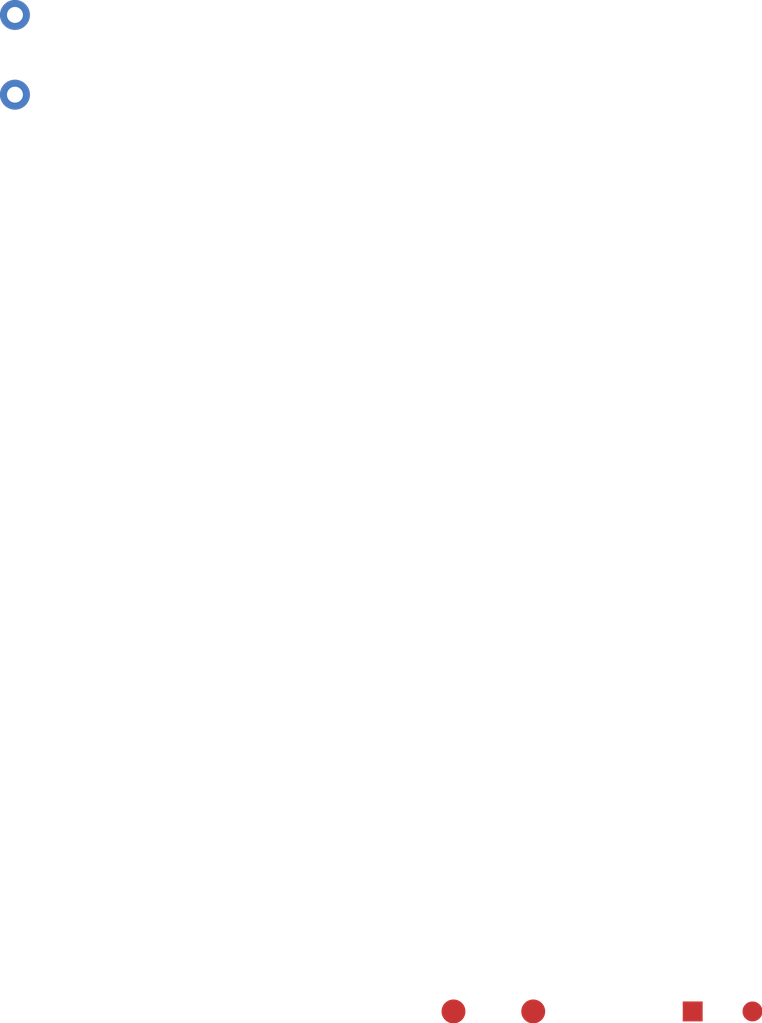
<source format=kicad_pcb>
(kicad_pcb (version 20241229) (generator "pcbnew") (generator_version "9.0")
  (layers (0 "F.Cu" signal) (2 "B.Cu" signal) (13 "F.Paste" user) (15 "B.Paste" user) (5 "F.SilkS" user "F.Silkscreen") (7 "B.SilkS" user "B.Silkscreen") (1 "F.Mask" user) (3 "B.Mask" user) (25 "Edge.Cuts" user))
  (net 0 "")
  (footprint "" (layer "F.Cu") (at 35.5 50)
    (property "Reference" "D1" (hide yes))
    (property "Value" "LED" (hide yes))
    (pad "1" smd rect (at -1.5 0) (size 1 1) (layers "F.Cu" "F.Mask" "F.Paste"))
    (pad "2" smd circle (at 1.5 0) (size 1 1) (layers "F.Cu" "F.Mask" "F.Paste"))
  )
  (footprint "" (layer "F.Cu") (at 0 2)
    (property "Reference" "B1" (hide yes))
    (property "Value" "Battery_Cell" (hide yes))
    (pad "1" thru_hole circle (at 0 -2) (size 1.5 1.5) (drill 0.8) (layers "*.Cu" "*.Mask"))
    (pad "2" thru_hole circle (at 0 2) (size 1.5 1.5) (drill 0.8) (layers "*.Cu" "*.Mask"))
  )
  (footprint "" (layer "F.Cu") (at 24 50)
    (property "Reference" "R1" (hide yes))
    (property "Value" "330" (hide yes))
    (pad "1" smd circle (at -2 0) (size 1.2 1.2) (layers "F.Cu" "F.Mask" "F.Paste"))
    (pad "2" smd circle (at 2 0) (size 1.2 1.2) (layers "F.Cu" "F.Mask" "F.Paste"))
  )
)
</source>
